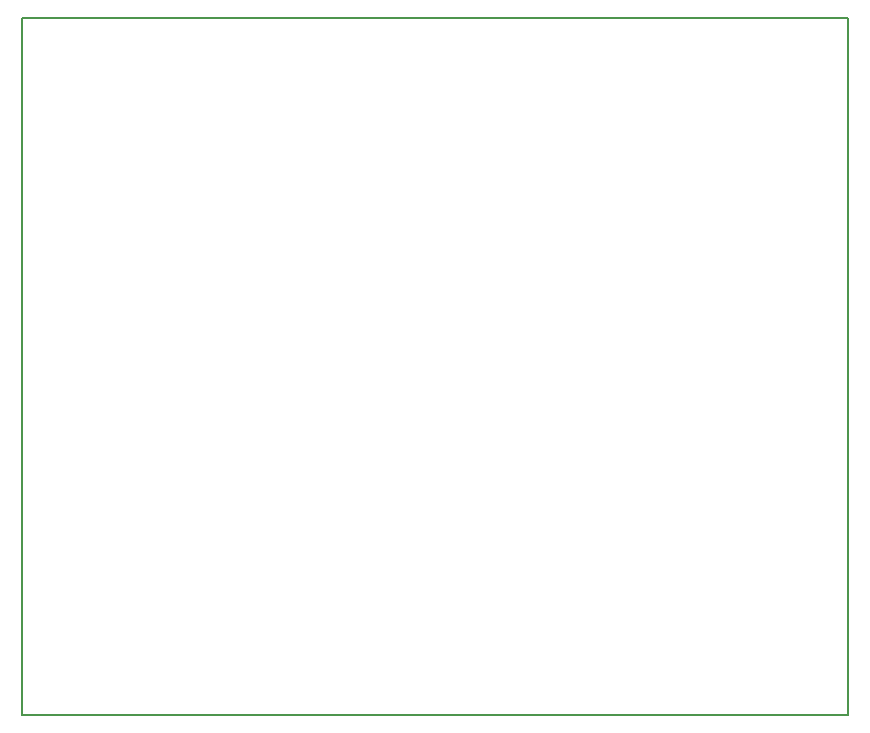
<source format=gbr>
G04 DipTrace 3.2.0.0*
G04 armboard1_layout_12PINCONNECTOR_BoardOutline.gbr*
%MOMM*%
G04 #@! TF.FileFunction,Profile*
G04 #@! TF.Part,Single*
%ADD11C,0.14*%
%FSLAX35Y35*%
G04*
G71*
G90*
G75*
G01*
G04 BoardOutline*
%LPD*%
X-4182750Y-2989237D2*
D11*
X2817250D1*
Y2910763D1*
X-4182750D1*
Y-2989237D1*
M02*

</source>
